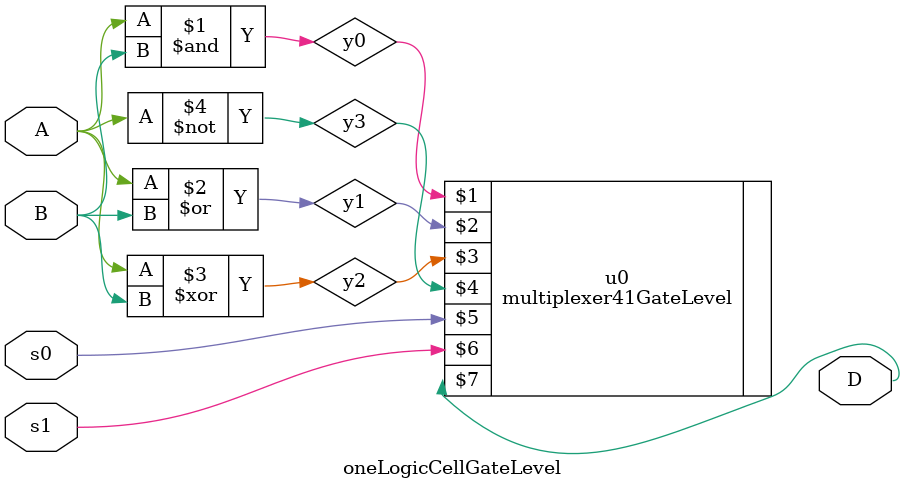
<source format=v>
module oneLogicCellGateLevel(A, B, s0, s1, D);

    input A, B, s0, s1;
    output D;

    wire y0, y1, y2, y3;

    and (y0, A, B);
    or  (y1, A, B);
    xor (y2, A, B);
    not (y3, A);

    multiplexer41GateLevel u0(y0, y1, y2, y3, s0, s1, D);

endmodule
</source>
